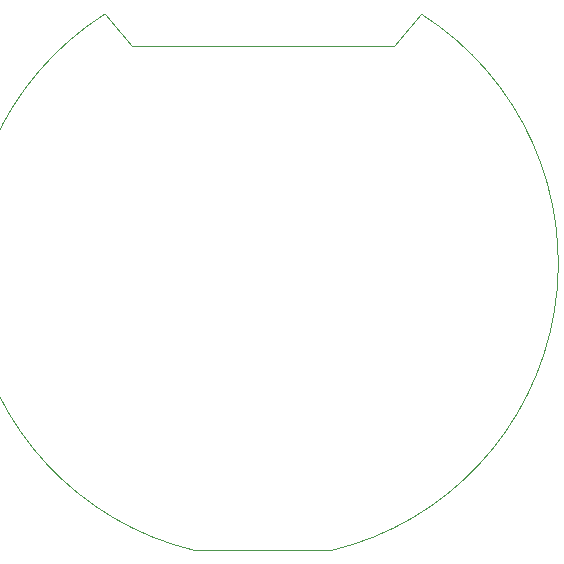
<source format=gbr>
G04 #@! TF.GenerationSoftware,KiCad,Pcbnew,8.0.8*
G04 #@! TF.CreationDate,2025-01-26T21:40:06-06:00*
G04 #@! TF.ProjectId,kbxIrBlaster,6b627849-7242-46c6-9173-7465722e6b69,rev?*
G04 #@! TF.SameCoordinates,Original*
G04 #@! TF.FileFunction,Profile,NP*
%FSLAX46Y46*%
G04 Gerber Fmt 4.6, Leading zero omitted, Abs format (unit mm)*
G04 Created by KiCad (PCBNEW 8.0.8) date 2025-01-26 21:40:06*
%MOMM*%
%LPD*%
G01*
G04 APERTURE LIST*
G04 #@! TA.AperFunction,Profile*
%ADD10C,0.050000*%
G04 #@! TD*
G04 APERTURE END LIST*
D10*
X161100000Y-71600000D02*
X163377396Y-68887024D01*
X144150000Y-114300000D02*
G75*
G02*
X136622604Y-68887024I5850000J24300000D01*
G01*
X138900000Y-71600000D02*
X136622604Y-68887024D01*
X163377396Y-68887024D02*
G75*
G02*
X155850000Y-114300000I-13377396J-21112976D01*
G01*
X144150000Y-114300000D02*
X155850000Y-114300000D01*
X138900000Y-71600000D02*
X161100000Y-71600000D01*
M02*

</source>
